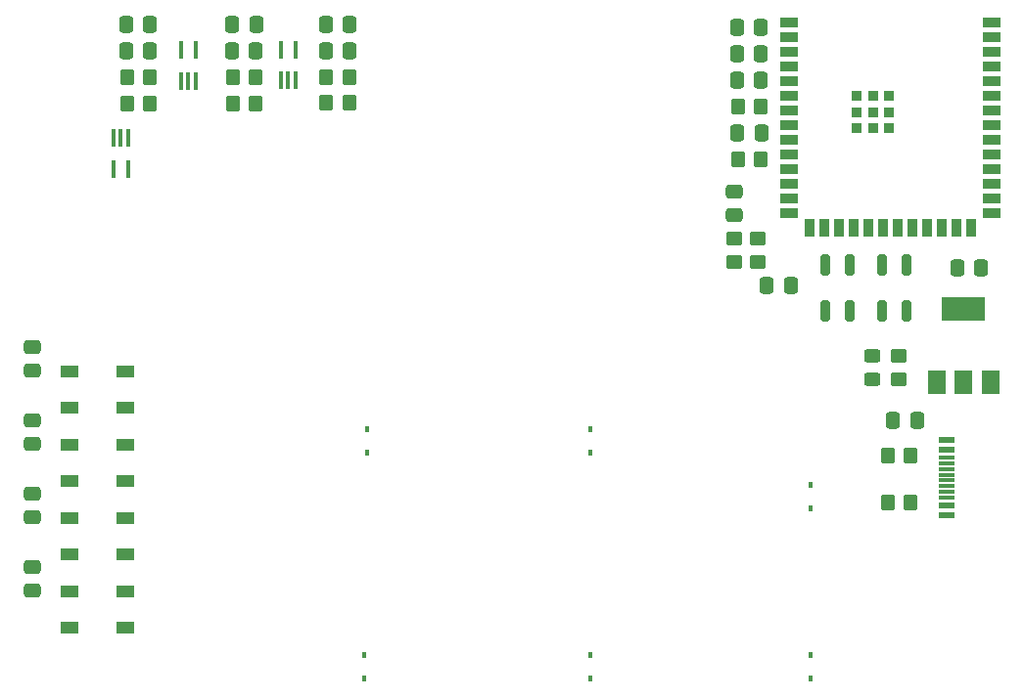
<source format=gbr>
%TF.GenerationSoftware,KiCad,Pcbnew,(6.0.4)*%
%TF.CreationDate,2022-05-01T16:05:16+08:00*%
%TF.ProjectId,S3_module,53335f6d-6f64-4756-9c65-2e6b69636164,rev?*%
%TF.SameCoordinates,Original*%
%TF.FileFunction,Paste,Top*%
%TF.FilePolarity,Positive*%
%FSLAX46Y46*%
G04 Gerber Fmt 4.6, Leading zero omitted, Abs format (unit mm)*
G04 Created by KiCad (PCBNEW (6.0.4)) date 2022-05-01 16:05:16*
%MOMM*%
%LPD*%
G01*
G04 APERTURE LIST*
G04 Aperture macros list*
%AMRoundRect*
0 Rectangle with rounded corners*
0 $1 Rounding radius*
0 $2 $3 $4 $5 $6 $7 $8 $9 X,Y pos of 4 corners*
0 Add a 4 corners polygon primitive as box body*
4,1,4,$2,$3,$4,$5,$6,$7,$8,$9,$2,$3,0*
0 Add four circle primitives for the rounded corners*
1,1,$1+$1,$2,$3*
1,1,$1+$1,$4,$5*
1,1,$1+$1,$6,$7*
1,1,$1+$1,$8,$9*
0 Add four rect primitives between the rounded corners*
20,1,$1+$1,$2,$3,$4,$5,0*
20,1,$1+$1,$4,$5,$6,$7,0*
20,1,$1+$1,$6,$7,$8,$9,0*
20,1,$1+$1,$8,$9,$2,$3,0*%
G04 Aperture macros list end*
%ADD10RoundRect,0.250000X-0.475000X0.337500X-0.475000X-0.337500X0.475000X-0.337500X0.475000X0.337500X0*%
%ADD11RoundRect,0.250000X0.450000X-0.350000X0.450000X0.350000X-0.450000X0.350000X-0.450000X-0.350000X0*%
%ADD12RoundRect,0.250000X-0.337500X-0.475000X0.337500X-0.475000X0.337500X0.475000X-0.337500X0.475000X0*%
%ADD13R,0.450000X0.600000*%
%ADD14RoundRect,0.200000X0.200000X-0.700000X0.200000X0.700000X-0.200000X0.700000X-0.200000X-0.700000X0*%
%ADD15RoundRect,0.250000X-0.350000X-0.450000X0.350000X-0.450000X0.350000X0.450000X-0.350000X0.450000X0*%
%ADD16R,0.400000X1.500000*%
%ADD17RoundRect,0.250000X0.475000X-0.337500X0.475000X0.337500X-0.475000X0.337500X-0.475000X-0.337500X0*%
%ADD18RoundRect,0.250000X0.337500X0.475000X-0.337500X0.475000X-0.337500X-0.475000X0.337500X-0.475000X0*%
%ADD19R,1.500000X1.000000*%
%ADD20RoundRect,0.250000X0.350000X0.450000X-0.350000X0.450000X-0.350000X-0.450000X0.350000X-0.450000X0*%
%ADD21R,1.500000X0.900000*%
%ADD22R,0.900000X1.500000*%
%ADD23R,0.900000X0.900000*%
%ADD24RoundRect,0.250000X0.450000X-0.325000X0.450000X0.325000X-0.450000X0.325000X-0.450000X-0.325000X0*%
%ADD25R,1.500000X2.000000*%
%ADD26R,3.800000X2.000000*%
%ADD27R,1.450000X0.600000*%
%ADD28R,1.450000X0.300000*%
G04 APERTURE END LIST*
D10*
%TO.C,C5*%
X94742000Y-132799000D03*
X94742000Y-134874000D03*
%TD*%
D11*
%TO.C,R5*%
X169672000Y-116570000D03*
X169672000Y-114570000D03*
%TD*%
D12*
%TO.C,C3*%
X155659000Y-90678000D03*
X157734000Y-90678000D03*
%TD*%
D13*
%TO.C,D7*%
X123444000Y-142528000D03*
X123444000Y-140428000D03*
%TD*%
%TO.C,D6*%
X123698000Y-122970000D03*
X123698000Y-120870000D03*
%TD*%
D14*
%TO.C,SW2*%
X163288000Y-110696000D03*
X163288000Y-106696000D03*
X165438000Y-110696000D03*
X165438000Y-106696000D03*
%TD*%
D12*
%TO.C,C18*%
X102827000Y-85852000D03*
X104902000Y-85852000D03*
%TD*%
%TO.C,C14*%
X120099000Y-88138000D03*
X122174000Y-88138000D03*
%TD*%
D14*
%TO.C,SW1*%
X168180000Y-106696000D03*
X168180000Y-110696000D03*
X170330000Y-110696000D03*
X170330000Y-106696000D03*
%TD*%
D15*
%TO.C,R10*%
X102902000Y-90424000D03*
X104902000Y-90424000D03*
%TD*%
D16*
%TO.C,U5*%
X103012000Y-95698000D03*
X102362000Y-95698000D03*
X101712000Y-95698000D03*
X101712000Y-98358000D03*
X103012000Y-98358000D03*
%TD*%
D15*
%TO.C,R2*%
X155734000Y-92964000D03*
X157734000Y-92964000D03*
%TD*%
D13*
%TO.C,D8*%
X143002000Y-122970000D03*
X143002000Y-120870000D03*
%TD*%
D11*
%TO.C,R6*%
X157480000Y-106410000D03*
X157480000Y-104410000D03*
%TD*%
D12*
%TO.C,C12*%
X158242000Y-108458000D03*
X160317000Y-108458000D03*
%TD*%
D10*
%TO.C,C9*%
X94742000Y-120120500D03*
X94742000Y-122195500D03*
%TD*%
D17*
%TO.C,C11*%
X155448000Y-102383500D03*
X155448000Y-100308500D03*
%TD*%
D12*
%TO.C,C16*%
X111987000Y-85852000D03*
X114062000Y-85852000D03*
%TD*%
D18*
%TO.C,C2*%
X157734000Y-88392000D03*
X155659000Y-88392000D03*
%TD*%
D19*
%TO.C,D2*%
X97880000Y-122225000D03*
X97880000Y-125425000D03*
X102780000Y-125425000D03*
X102780000Y-122225000D03*
%TD*%
D18*
%TO.C,C1*%
X157755500Y-95250000D03*
X155680500Y-95250000D03*
%TD*%
D15*
%TO.C,R8*%
X112046000Y-90424000D03*
X114046000Y-90424000D03*
%TD*%
D10*
%TO.C,C7*%
X94742000Y-113770500D03*
X94742000Y-115845500D03*
%TD*%
D18*
%TO.C,C4*%
X157734000Y-86106000D03*
X155659000Y-86106000D03*
%TD*%
D11*
%TO.C,R7*%
X155448000Y-106410000D03*
X155448000Y-104410000D03*
%TD*%
D16*
%TO.C,U3*%
X107554000Y-90738000D03*
X108204000Y-90738000D03*
X108854000Y-90738000D03*
X108854000Y-88078000D03*
X107554000Y-88078000D03*
%TD*%
D20*
%TO.C,R4*%
X170688000Y-123190000D03*
X168688000Y-123190000D03*
%TD*%
D12*
%TO.C,C15*%
X102827000Y-88138000D03*
X104902000Y-88138000D03*
%TD*%
D15*
%TO.C,R9*%
X120136500Y-90424000D03*
X122136500Y-90424000D03*
%TD*%
D19*
%TO.C,D1*%
X97880000Y-115875000D03*
X97880000Y-119075000D03*
X102780000Y-119075000D03*
X102780000Y-115875000D03*
%TD*%
%TO.C,D4*%
X97880000Y-128575000D03*
X97880000Y-131775000D03*
X102780000Y-131775000D03*
X102780000Y-128575000D03*
%TD*%
D13*
%TO.C,D9*%
X143002000Y-142528000D03*
X143002000Y-140428000D03*
%TD*%
D21*
%TO.C,U2*%
X160160000Y-85720000D03*
X160160000Y-86990000D03*
X160160000Y-88260000D03*
X160160000Y-89530000D03*
X160160000Y-90800000D03*
X160160000Y-92070000D03*
X160160000Y-93340000D03*
X160160000Y-94610000D03*
X160160000Y-95880000D03*
X160160000Y-97150000D03*
X160160000Y-98420000D03*
X160160000Y-99690000D03*
X160160000Y-100960000D03*
X160160000Y-102230000D03*
D22*
X161925000Y-103480000D03*
X163195000Y-103480000D03*
X164465000Y-103480000D03*
X165735000Y-103480000D03*
X167005000Y-103480000D03*
X168275000Y-103480000D03*
X169545000Y-103480000D03*
X170815000Y-103480000D03*
X172085000Y-103480000D03*
X173355000Y-103480000D03*
X174625000Y-103480000D03*
X175895000Y-103480000D03*
D21*
X177660000Y-102230000D03*
X177660000Y-100960000D03*
X177660000Y-99690000D03*
X177660000Y-98420000D03*
X177660000Y-97150000D03*
X177660000Y-95880000D03*
X177660000Y-94610000D03*
X177660000Y-93340000D03*
X177660000Y-92070000D03*
X177660000Y-90800000D03*
X177660000Y-89530000D03*
X177660000Y-88260000D03*
X177660000Y-86990000D03*
X177660000Y-85720000D03*
D23*
X168810000Y-94840000D03*
X167410000Y-93440000D03*
X166010000Y-92040000D03*
X168810000Y-92040000D03*
X166010000Y-94840000D03*
X167410000Y-94840000D03*
X167410000Y-92040000D03*
X166010000Y-93440000D03*
X168810000Y-93440000D03*
%TD*%
D20*
%TO.C,R13*%
X104902000Y-92710000D03*
X102902000Y-92710000D03*
%TD*%
D12*
%TO.C,C17*%
X120099000Y-85852000D03*
X122174000Y-85852000D03*
%TD*%
D20*
%TO.C,R12*%
X122136500Y-92583000D03*
X120136500Y-92583000D03*
%TD*%
D15*
%TO.C,R1*%
X155718000Y-97536000D03*
X157718000Y-97536000D03*
%TD*%
D20*
%TO.C,R3*%
X170688000Y-127254000D03*
X168688000Y-127254000D03*
%TD*%
D13*
%TO.C,D10*%
X162052000Y-127796000D03*
X162052000Y-125696000D03*
%TD*%
D20*
%TO.C,R11*%
X114046000Y-92710000D03*
X112046000Y-92710000D03*
%TD*%
D10*
%TO.C,C10*%
X94742000Y-126470500D03*
X94742000Y-128545500D03*
%TD*%
D12*
%TO.C,C13*%
X111971000Y-88138000D03*
X114046000Y-88138000D03*
%TD*%
D24*
%TO.C,D3*%
X167386000Y-116595000D03*
X167386000Y-114545000D03*
%TD*%
D18*
%TO.C,C6*%
X171217500Y-120142000D03*
X169142500Y-120142000D03*
%TD*%
D19*
%TO.C,D5*%
X97880000Y-134925000D03*
X97880000Y-138125000D03*
X102780000Y-138125000D03*
X102780000Y-134925000D03*
%TD*%
D16*
%TO.C,U4*%
X116190000Y-90678000D03*
X116840000Y-90678000D03*
X117490000Y-90678000D03*
X117490000Y-88018000D03*
X116190000Y-88018000D03*
%TD*%
D25*
%TO.C,U1*%
X172960000Y-116815000D03*
D26*
X175260000Y-110515000D03*
D25*
X175260000Y-116815000D03*
X177560000Y-116815000D03*
%TD*%
D27*
%TO.C,J1*%
X173755000Y-128345000D03*
X173755000Y-127545000D03*
D28*
X173755000Y-126345000D03*
X173755000Y-125345000D03*
X173755000Y-124845000D03*
X173755000Y-123845000D03*
D27*
X173755000Y-122645000D03*
X173755000Y-121845000D03*
X173755000Y-121845000D03*
X173755000Y-122645000D03*
D28*
X173755000Y-123345000D03*
X173755000Y-124345000D03*
X173755000Y-125845000D03*
X173755000Y-126845000D03*
D27*
X173755000Y-127545000D03*
X173755000Y-128345000D03*
%TD*%
D13*
%TO.C,D11*%
X162052000Y-142528000D03*
X162052000Y-140428000D03*
%TD*%
D18*
%TO.C,C8*%
X176784000Y-106934000D03*
X174709000Y-106934000D03*
%TD*%
M02*

</source>
